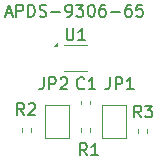
<source format=gbr>
%TF.GenerationSoftware,KiCad,Pcbnew,8.0.4-8.0.4-0~ubuntu22.04.1*%
%TF.CreationDate,2024-08-06T19:19:49+09:30*%
%TF.ProjectId,apds9306-65_breakout-board,61706473-3933-4303-962d-36355f627265,1.0*%
%TF.SameCoordinates,Original*%
%TF.FileFunction,Legend,Top*%
%TF.FilePolarity,Positive*%
%FSLAX46Y46*%
G04 Gerber Fmt 4.6, Leading zero omitted, Abs format (unit mm)*
G04 Created by KiCad (PCBNEW 8.0.4-8.0.4-0~ubuntu22.04.1) date 2024-08-06 19:19:49*
%MOMM*%
%LPD*%
G01*
G04 APERTURE LIST*
%ADD10C,0.153000*%
%ADD11C,0.120000*%
G04 APERTURE END LIST*
D10*
X136341133Y-101613948D02*
X136817323Y-101613948D01*
X136245895Y-101899663D02*
X136579228Y-100899663D01*
X136579228Y-100899663D02*
X136912561Y-101899663D01*
X137245895Y-101899663D02*
X137245895Y-100899663D01*
X137245895Y-100899663D02*
X137626847Y-100899663D01*
X137626847Y-100899663D02*
X137722085Y-100947282D01*
X137722085Y-100947282D02*
X137769704Y-100994901D01*
X137769704Y-100994901D02*
X137817323Y-101090139D01*
X137817323Y-101090139D02*
X137817323Y-101232996D01*
X137817323Y-101232996D02*
X137769704Y-101328234D01*
X137769704Y-101328234D02*
X137722085Y-101375853D01*
X137722085Y-101375853D02*
X137626847Y-101423472D01*
X137626847Y-101423472D02*
X137245895Y-101423472D01*
X138245895Y-101899663D02*
X138245895Y-100899663D01*
X138245895Y-100899663D02*
X138483990Y-100899663D01*
X138483990Y-100899663D02*
X138626847Y-100947282D01*
X138626847Y-100947282D02*
X138722085Y-101042520D01*
X138722085Y-101042520D02*
X138769704Y-101137758D01*
X138769704Y-101137758D02*
X138817323Y-101328234D01*
X138817323Y-101328234D02*
X138817323Y-101471091D01*
X138817323Y-101471091D02*
X138769704Y-101661567D01*
X138769704Y-101661567D02*
X138722085Y-101756805D01*
X138722085Y-101756805D02*
X138626847Y-101852044D01*
X138626847Y-101852044D02*
X138483990Y-101899663D01*
X138483990Y-101899663D02*
X138245895Y-101899663D01*
X139198276Y-101852044D02*
X139341133Y-101899663D01*
X139341133Y-101899663D02*
X139579228Y-101899663D01*
X139579228Y-101899663D02*
X139674466Y-101852044D01*
X139674466Y-101852044D02*
X139722085Y-101804424D01*
X139722085Y-101804424D02*
X139769704Y-101709186D01*
X139769704Y-101709186D02*
X139769704Y-101613948D01*
X139769704Y-101613948D02*
X139722085Y-101518710D01*
X139722085Y-101518710D02*
X139674466Y-101471091D01*
X139674466Y-101471091D02*
X139579228Y-101423472D01*
X139579228Y-101423472D02*
X139388752Y-101375853D01*
X139388752Y-101375853D02*
X139293514Y-101328234D01*
X139293514Y-101328234D02*
X139245895Y-101280615D01*
X139245895Y-101280615D02*
X139198276Y-101185377D01*
X139198276Y-101185377D02*
X139198276Y-101090139D01*
X139198276Y-101090139D02*
X139245895Y-100994901D01*
X139245895Y-100994901D02*
X139293514Y-100947282D01*
X139293514Y-100947282D02*
X139388752Y-100899663D01*
X139388752Y-100899663D02*
X139626847Y-100899663D01*
X139626847Y-100899663D02*
X139769704Y-100947282D01*
X140198276Y-101518710D02*
X140960181Y-101518710D01*
X141483990Y-101899663D02*
X141674466Y-101899663D01*
X141674466Y-101899663D02*
X141769704Y-101852044D01*
X141769704Y-101852044D02*
X141817323Y-101804424D01*
X141817323Y-101804424D02*
X141912561Y-101661567D01*
X141912561Y-101661567D02*
X141960180Y-101471091D01*
X141960180Y-101471091D02*
X141960180Y-101090139D01*
X141960180Y-101090139D02*
X141912561Y-100994901D01*
X141912561Y-100994901D02*
X141864942Y-100947282D01*
X141864942Y-100947282D02*
X141769704Y-100899663D01*
X141769704Y-100899663D02*
X141579228Y-100899663D01*
X141579228Y-100899663D02*
X141483990Y-100947282D01*
X141483990Y-100947282D02*
X141436371Y-100994901D01*
X141436371Y-100994901D02*
X141388752Y-101090139D01*
X141388752Y-101090139D02*
X141388752Y-101328234D01*
X141388752Y-101328234D02*
X141436371Y-101423472D01*
X141436371Y-101423472D02*
X141483990Y-101471091D01*
X141483990Y-101471091D02*
X141579228Y-101518710D01*
X141579228Y-101518710D02*
X141769704Y-101518710D01*
X141769704Y-101518710D02*
X141864942Y-101471091D01*
X141864942Y-101471091D02*
X141912561Y-101423472D01*
X141912561Y-101423472D02*
X141960180Y-101328234D01*
X142293514Y-100899663D02*
X142912561Y-100899663D01*
X142912561Y-100899663D02*
X142579228Y-101280615D01*
X142579228Y-101280615D02*
X142722085Y-101280615D01*
X142722085Y-101280615D02*
X142817323Y-101328234D01*
X142817323Y-101328234D02*
X142864942Y-101375853D01*
X142864942Y-101375853D02*
X142912561Y-101471091D01*
X142912561Y-101471091D02*
X142912561Y-101709186D01*
X142912561Y-101709186D02*
X142864942Y-101804424D01*
X142864942Y-101804424D02*
X142817323Y-101852044D01*
X142817323Y-101852044D02*
X142722085Y-101899663D01*
X142722085Y-101899663D02*
X142436371Y-101899663D01*
X142436371Y-101899663D02*
X142341133Y-101852044D01*
X142341133Y-101852044D02*
X142293514Y-101804424D01*
X143531609Y-100899663D02*
X143626847Y-100899663D01*
X143626847Y-100899663D02*
X143722085Y-100947282D01*
X143722085Y-100947282D02*
X143769704Y-100994901D01*
X143769704Y-100994901D02*
X143817323Y-101090139D01*
X143817323Y-101090139D02*
X143864942Y-101280615D01*
X143864942Y-101280615D02*
X143864942Y-101518710D01*
X143864942Y-101518710D02*
X143817323Y-101709186D01*
X143817323Y-101709186D02*
X143769704Y-101804424D01*
X143769704Y-101804424D02*
X143722085Y-101852044D01*
X143722085Y-101852044D02*
X143626847Y-101899663D01*
X143626847Y-101899663D02*
X143531609Y-101899663D01*
X143531609Y-101899663D02*
X143436371Y-101852044D01*
X143436371Y-101852044D02*
X143388752Y-101804424D01*
X143388752Y-101804424D02*
X143341133Y-101709186D01*
X143341133Y-101709186D02*
X143293514Y-101518710D01*
X143293514Y-101518710D02*
X143293514Y-101280615D01*
X143293514Y-101280615D02*
X143341133Y-101090139D01*
X143341133Y-101090139D02*
X143388752Y-100994901D01*
X143388752Y-100994901D02*
X143436371Y-100947282D01*
X143436371Y-100947282D02*
X143531609Y-100899663D01*
X144722085Y-100899663D02*
X144531609Y-100899663D01*
X144531609Y-100899663D02*
X144436371Y-100947282D01*
X144436371Y-100947282D02*
X144388752Y-100994901D01*
X144388752Y-100994901D02*
X144293514Y-101137758D01*
X144293514Y-101137758D02*
X144245895Y-101328234D01*
X144245895Y-101328234D02*
X144245895Y-101709186D01*
X144245895Y-101709186D02*
X144293514Y-101804424D01*
X144293514Y-101804424D02*
X144341133Y-101852044D01*
X144341133Y-101852044D02*
X144436371Y-101899663D01*
X144436371Y-101899663D02*
X144626847Y-101899663D01*
X144626847Y-101899663D02*
X144722085Y-101852044D01*
X144722085Y-101852044D02*
X144769704Y-101804424D01*
X144769704Y-101804424D02*
X144817323Y-101709186D01*
X144817323Y-101709186D02*
X144817323Y-101471091D01*
X144817323Y-101471091D02*
X144769704Y-101375853D01*
X144769704Y-101375853D02*
X144722085Y-101328234D01*
X144722085Y-101328234D02*
X144626847Y-101280615D01*
X144626847Y-101280615D02*
X144436371Y-101280615D01*
X144436371Y-101280615D02*
X144341133Y-101328234D01*
X144341133Y-101328234D02*
X144293514Y-101375853D01*
X144293514Y-101375853D02*
X144245895Y-101471091D01*
X145245895Y-101518710D02*
X146007800Y-101518710D01*
X146912561Y-100899663D02*
X146722085Y-100899663D01*
X146722085Y-100899663D02*
X146626847Y-100947282D01*
X146626847Y-100947282D02*
X146579228Y-100994901D01*
X146579228Y-100994901D02*
X146483990Y-101137758D01*
X146483990Y-101137758D02*
X146436371Y-101328234D01*
X146436371Y-101328234D02*
X146436371Y-101709186D01*
X146436371Y-101709186D02*
X146483990Y-101804424D01*
X146483990Y-101804424D02*
X146531609Y-101852044D01*
X146531609Y-101852044D02*
X146626847Y-101899663D01*
X146626847Y-101899663D02*
X146817323Y-101899663D01*
X146817323Y-101899663D02*
X146912561Y-101852044D01*
X146912561Y-101852044D02*
X146960180Y-101804424D01*
X146960180Y-101804424D02*
X147007799Y-101709186D01*
X147007799Y-101709186D02*
X147007799Y-101471091D01*
X147007799Y-101471091D02*
X146960180Y-101375853D01*
X146960180Y-101375853D02*
X146912561Y-101328234D01*
X146912561Y-101328234D02*
X146817323Y-101280615D01*
X146817323Y-101280615D02*
X146626847Y-101280615D01*
X146626847Y-101280615D02*
X146531609Y-101328234D01*
X146531609Y-101328234D02*
X146483990Y-101375853D01*
X146483990Y-101375853D02*
X146436371Y-101471091D01*
X147912561Y-100899663D02*
X147436371Y-100899663D01*
X147436371Y-100899663D02*
X147388752Y-101375853D01*
X147388752Y-101375853D02*
X147436371Y-101328234D01*
X147436371Y-101328234D02*
X147531609Y-101280615D01*
X147531609Y-101280615D02*
X147769704Y-101280615D01*
X147769704Y-101280615D02*
X147864942Y-101328234D01*
X147864942Y-101328234D02*
X147912561Y-101375853D01*
X147912561Y-101375853D02*
X147960180Y-101471091D01*
X147960180Y-101471091D02*
X147960180Y-101709186D01*
X147960180Y-101709186D02*
X147912561Y-101804424D01*
X147912561Y-101804424D02*
X147864942Y-101852044D01*
X147864942Y-101852044D02*
X147769704Y-101899663D01*
X147769704Y-101899663D02*
X147531609Y-101899663D01*
X147531609Y-101899663D02*
X147436371Y-101852044D01*
X147436371Y-101852044D02*
X147388752Y-101804424D01*
X142983333Y-107949424D02*
X142935714Y-107997044D01*
X142935714Y-107997044D02*
X142792857Y-108044663D01*
X142792857Y-108044663D02*
X142697619Y-108044663D01*
X142697619Y-108044663D02*
X142554762Y-107997044D01*
X142554762Y-107997044D02*
X142459524Y-107901805D01*
X142459524Y-107901805D02*
X142411905Y-107806567D01*
X142411905Y-107806567D02*
X142364286Y-107616091D01*
X142364286Y-107616091D02*
X142364286Y-107473234D01*
X142364286Y-107473234D02*
X142411905Y-107282758D01*
X142411905Y-107282758D02*
X142459524Y-107187520D01*
X142459524Y-107187520D02*
X142554762Y-107092282D01*
X142554762Y-107092282D02*
X142697619Y-107044663D01*
X142697619Y-107044663D02*
X142792857Y-107044663D01*
X142792857Y-107044663D02*
X142935714Y-107092282D01*
X142935714Y-107092282D02*
X142983333Y-107139901D01*
X143935714Y-108044663D02*
X143364286Y-108044663D01*
X143650000Y-108044663D02*
X143650000Y-107044663D01*
X143650000Y-107044663D02*
X143554762Y-107187520D01*
X143554762Y-107187520D02*
X143459524Y-107282758D01*
X143459524Y-107282758D02*
X143364286Y-107330377D01*
X143213333Y-113634663D02*
X142880000Y-113158472D01*
X142641905Y-113634663D02*
X142641905Y-112634663D01*
X142641905Y-112634663D02*
X143022857Y-112634663D01*
X143022857Y-112634663D02*
X143118095Y-112682282D01*
X143118095Y-112682282D02*
X143165714Y-112729901D01*
X143165714Y-112729901D02*
X143213333Y-112825139D01*
X143213333Y-112825139D02*
X143213333Y-112967996D01*
X143213333Y-112967996D02*
X143165714Y-113063234D01*
X143165714Y-113063234D02*
X143118095Y-113110853D01*
X143118095Y-113110853D02*
X143022857Y-113158472D01*
X143022857Y-113158472D02*
X142641905Y-113158472D01*
X144165714Y-113634663D02*
X143594286Y-113634663D01*
X143880000Y-113634663D02*
X143880000Y-112634663D01*
X143880000Y-112634663D02*
X143784762Y-112777520D01*
X143784762Y-112777520D02*
X143689524Y-112872758D01*
X143689524Y-112872758D02*
X143594286Y-112920377D01*
X139546666Y-107044663D02*
X139546666Y-107758948D01*
X139546666Y-107758948D02*
X139499047Y-107901805D01*
X139499047Y-107901805D02*
X139403809Y-107997044D01*
X139403809Y-107997044D02*
X139260952Y-108044663D01*
X139260952Y-108044663D02*
X139165714Y-108044663D01*
X140022857Y-108044663D02*
X140022857Y-107044663D01*
X140022857Y-107044663D02*
X140403809Y-107044663D01*
X140403809Y-107044663D02*
X140499047Y-107092282D01*
X140499047Y-107092282D02*
X140546666Y-107139901D01*
X140546666Y-107139901D02*
X140594285Y-107235139D01*
X140594285Y-107235139D02*
X140594285Y-107377996D01*
X140594285Y-107377996D02*
X140546666Y-107473234D01*
X140546666Y-107473234D02*
X140499047Y-107520853D01*
X140499047Y-107520853D02*
X140403809Y-107568472D01*
X140403809Y-107568472D02*
X140022857Y-107568472D01*
X140975238Y-107139901D02*
X141022857Y-107092282D01*
X141022857Y-107092282D02*
X141118095Y-107044663D01*
X141118095Y-107044663D02*
X141356190Y-107044663D01*
X141356190Y-107044663D02*
X141451428Y-107092282D01*
X141451428Y-107092282D02*
X141499047Y-107139901D01*
X141499047Y-107139901D02*
X141546666Y-107235139D01*
X141546666Y-107235139D02*
X141546666Y-107330377D01*
X141546666Y-107330377D02*
X141499047Y-107473234D01*
X141499047Y-107473234D02*
X140927619Y-108044663D01*
X140927619Y-108044663D02*
X141546666Y-108044663D01*
X147803333Y-110434663D02*
X147470000Y-109958472D01*
X147231905Y-110434663D02*
X147231905Y-109434663D01*
X147231905Y-109434663D02*
X147612857Y-109434663D01*
X147612857Y-109434663D02*
X147708095Y-109482282D01*
X147708095Y-109482282D02*
X147755714Y-109529901D01*
X147755714Y-109529901D02*
X147803333Y-109625139D01*
X147803333Y-109625139D02*
X147803333Y-109767996D01*
X147803333Y-109767996D02*
X147755714Y-109863234D01*
X147755714Y-109863234D02*
X147708095Y-109910853D01*
X147708095Y-109910853D02*
X147612857Y-109958472D01*
X147612857Y-109958472D02*
X147231905Y-109958472D01*
X148136667Y-109434663D02*
X148755714Y-109434663D01*
X148755714Y-109434663D02*
X148422381Y-109815615D01*
X148422381Y-109815615D02*
X148565238Y-109815615D01*
X148565238Y-109815615D02*
X148660476Y-109863234D01*
X148660476Y-109863234D02*
X148708095Y-109910853D01*
X148708095Y-109910853D02*
X148755714Y-110006091D01*
X148755714Y-110006091D02*
X148755714Y-110244186D01*
X148755714Y-110244186D02*
X148708095Y-110339424D01*
X148708095Y-110339424D02*
X148660476Y-110387044D01*
X148660476Y-110387044D02*
X148565238Y-110434663D01*
X148565238Y-110434663D02*
X148279524Y-110434663D01*
X148279524Y-110434663D02*
X148184286Y-110387044D01*
X148184286Y-110387044D02*
X148136667Y-110339424D01*
X137903333Y-110224663D02*
X137570000Y-109748472D01*
X137331905Y-110224663D02*
X137331905Y-109224663D01*
X137331905Y-109224663D02*
X137712857Y-109224663D01*
X137712857Y-109224663D02*
X137808095Y-109272282D01*
X137808095Y-109272282D02*
X137855714Y-109319901D01*
X137855714Y-109319901D02*
X137903333Y-109415139D01*
X137903333Y-109415139D02*
X137903333Y-109557996D01*
X137903333Y-109557996D02*
X137855714Y-109653234D01*
X137855714Y-109653234D02*
X137808095Y-109700853D01*
X137808095Y-109700853D02*
X137712857Y-109748472D01*
X137712857Y-109748472D02*
X137331905Y-109748472D01*
X138284286Y-109319901D02*
X138331905Y-109272282D01*
X138331905Y-109272282D02*
X138427143Y-109224663D01*
X138427143Y-109224663D02*
X138665238Y-109224663D01*
X138665238Y-109224663D02*
X138760476Y-109272282D01*
X138760476Y-109272282D02*
X138808095Y-109319901D01*
X138808095Y-109319901D02*
X138855714Y-109415139D01*
X138855714Y-109415139D02*
X138855714Y-109510377D01*
X138855714Y-109510377D02*
X138808095Y-109653234D01*
X138808095Y-109653234D02*
X138236667Y-110224663D01*
X138236667Y-110224663D02*
X138855714Y-110224663D01*
X141488095Y-102884663D02*
X141488095Y-103694186D01*
X141488095Y-103694186D02*
X141535714Y-103789424D01*
X141535714Y-103789424D02*
X141583333Y-103837044D01*
X141583333Y-103837044D02*
X141678571Y-103884663D01*
X141678571Y-103884663D02*
X141869047Y-103884663D01*
X141869047Y-103884663D02*
X141964285Y-103837044D01*
X141964285Y-103837044D02*
X142011904Y-103789424D01*
X142011904Y-103789424D02*
X142059523Y-103694186D01*
X142059523Y-103694186D02*
X142059523Y-102884663D01*
X143059523Y-103884663D02*
X142488095Y-103884663D01*
X142773809Y-103884663D02*
X142773809Y-102884663D01*
X142773809Y-102884663D02*
X142678571Y-103027520D01*
X142678571Y-103027520D02*
X142583333Y-103122758D01*
X142583333Y-103122758D02*
X142488095Y-103170377D01*
X145156666Y-107044663D02*
X145156666Y-107758948D01*
X145156666Y-107758948D02*
X145109047Y-107901805D01*
X145109047Y-107901805D02*
X145013809Y-107997044D01*
X145013809Y-107997044D02*
X144870952Y-108044663D01*
X144870952Y-108044663D02*
X144775714Y-108044663D01*
X145632857Y-108044663D02*
X145632857Y-107044663D01*
X145632857Y-107044663D02*
X146013809Y-107044663D01*
X146013809Y-107044663D02*
X146109047Y-107092282D01*
X146109047Y-107092282D02*
X146156666Y-107139901D01*
X146156666Y-107139901D02*
X146204285Y-107235139D01*
X146204285Y-107235139D02*
X146204285Y-107377996D01*
X146204285Y-107377996D02*
X146156666Y-107473234D01*
X146156666Y-107473234D02*
X146109047Y-107520853D01*
X146109047Y-107520853D02*
X146013809Y-107568472D01*
X146013809Y-107568472D02*
X145632857Y-107568472D01*
X147156666Y-108044663D02*
X146585238Y-108044663D01*
X146870952Y-108044663D02*
X146870952Y-107044663D01*
X146870952Y-107044663D02*
X146775714Y-107187520D01*
X146775714Y-107187520D02*
X146680476Y-107282758D01*
X146680476Y-107282758D02*
X146585238Y-107330377D01*
D11*
%TO.C,C1*%
X142720000Y-109072164D02*
X142720000Y-109287836D01*
X143440000Y-109072164D02*
X143440000Y-109287836D01*
%TO.C,R1*%
X143460000Y-111316359D02*
X143460000Y-111623641D01*
X142700000Y-111316359D02*
X142700000Y-111623641D01*
%TO.C,JP2*%
X139680000Y-112180000D02*
X139680000Y-109380000D01*
X141680000Y-112180000D02*
X139680000Y-112180000D01*
X139680000Y-109380000D02*
X141680000Y-109380000D01*
X141680000Y-109380000D02*
X141680000Y-112180000D01*
%TO.C,R3*%
X147500000Y-111426359D02*
X147500000Y-111733641D01*
X148260000Y-111426359D02*
X148260000Y-111733641D01*
%TO.C,R2*%
X138460000Y-111326359D02*
X138460000Y-111633641D01*
X137700000Y-111326359D02*
X137700000Y-111633641D01*
%TO.C,U1*%
X141250000Y-104270000D02*
X143250000Y-104270000D01*
X141250000Y-106490000D02*
X143250000Y-106490000D01*
X140710000Y-104410000D02*
X140430000Y-104410000D01*
X140710000Y-104130000D01*
X140710000Y-104410000D01*
G36*
X140710000Y-104410000D02*
G01*
X140430000Y-104410000D01*
X140710000Y-104130000D01*
X140710000Y-104410000D01*
G37*
%TO.C,JP1*%
X146480000Y-109380000D02*
X146480000Y-112180000D01*
X144480000Y-109380000D02*
X146480000Y-109380000D01*
X146480000Y-112180000D02*
X144480000Y-112180000D01*
X144480000Y-112180000D02*
X144480000Y-109380000D01*
%TD*%
M02*

</source>
